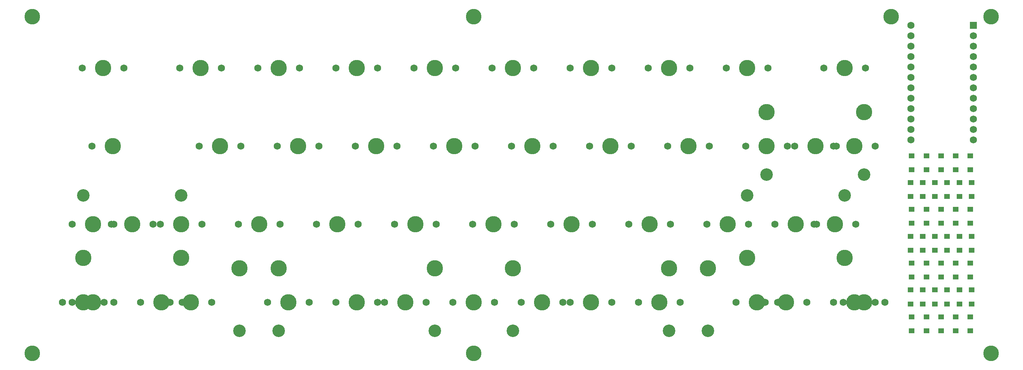
<source format=gbr>
%TF.GenerationSoftware,KiCad,Pcbnew,(5.1.9)-1*%
%TF.CreationDate,2022-03-10T13:39:28-08:00*%
%TF.ProjectId,warpstone - diode array,77617270-7374-46f6-9e65-202d2064696f,rev?*%
%TF.SameCoordinates,Original*%
%TF.FileFunction,Soldermask,Top*%
%TF.FilePolarity,Negative*%
%FSLAX46Y46*%
G04 Gerber Fmt 4.6, Leading zero omitted, Abs format (unit mm)*
G04 Created by KiCad (PCBNEW (5.1.9)-1) date 2022-03-10 13:39:28*
%MOMM*%
%LPD*%
G01*
G04 APERTURE LIST*
%ADD10C,3.987800*%
%ADD11C,1.750000*%
%ADD12C,3.800000*%
%ADD13C,1.752600*%
%ADD14R,1.752600X1.752600*%
%ADD15R,1.400000X1.200000*%
%ADD16C,3.048000*%
G04 APERTURE END LIST*
D10*
%TO.C,MX15*%
X130969300Y-57150240D03*
D11*
X125889300Y-57150240D03*
X136049300Y-57150240D03*
%TD*%
D10*
%TO.C,MX18*%
X188119540Y-57150240D03*
D11*
X183039540Y-57150240D03*
X193199540Y-57150240D03*
%TD*%
D10*
%TO.C,MX17*%
X169069460Y-57150240D03*
D11*
X163989460Y-57150240D03*
X174149460Y-57150240D03*
%TD*%
D12*
%TO.C,REF\u002A\u002A*%
X135731364Y-25598459D03*
%TD*%
%TO.C,REF\u002A\u002A*%
X237529887Y-25598459D03*
%TD*%
%TO.C,REF\u002A\u002A*%
X261937720Y-25598459D03*
%TD*%
%TO.C,REF\u002A\u002A*%
X261937720Y-107751653D03*
%TD*%
%TO.C,REF\u002A\u002A*%
X135731364Y-107751653D03*
%TD*%
%TO.C,REF\u002A\u002A*%
X27979711Y-107751653D03*
%TD*%
%TO.C,REF\u002A\u002A*%
X27979711Y-25598459D03*
%TD*%
D13*
%TO.C,U1*%
X242411460Y-27701910D03*
X257651460Y-55641910D03*
X242411460Y-30241910D03*
X242411460Y-32781910D03*
X242411460Y-35321910D03*
X242411460Y-37861910D03*
X242411460Y-40401910D03*
X242411460Y-42941910D03*
X242411460Y-45481910D03*
X242411460Y-48021910D03*
X242411460Y-50561910D03*
X242411460Y-53101910D03*
X242411460Y-55641910D03*
X257651460Y-53101910D03*
X257651460Y-50561910D03*
X257651460Y-48021910D03*
X257651460Y-45481910D03*
X257651460Y-42941910D03*
X257651460Y-40401910D03*
X257651460Y-37861910D03*
X257651460Y-35321910D03*
X257651460Y-32781910D03*
X257651460Y-30241910D03*
D14*
X257651460Y-27701910D03*
%TD*%
D15*
%TO.C,D38*%
X256877128Y-102221958D03*
X256877128Y-98821958D03*
%TD*%
%TO.C,D37*%
X253305256Y-102221958D03*
X253305256Y-98821958D03*
%TD*%
%TO.C,D36*%
X249733384Y-102221958D03*
X249733384Y-98821958D03*
%TD*%
%TO.C,D35*%
X246161512Y-102221958D03*
X246161512Y-98821958D03*
%TD*%
%TO.C,D34*%
X242589640Y-102221958D03*
X242589640Y-98821958D03*
%TD*%
%TO.C,D33*%
X257174784Y-95673515D03*
X257174784Y-92273515D03*
%TD*%
%TO.C,D32*%
X254198224Y-95673515D03*
X254198224Y-92273515D03*
%TD*%
%TO.C,D31*%
X251221664Y-95673515D03*
X251221664Y-92273515D03*
%TD*%
%TO.C,D30*%
X248245104Y-95673515D03*
X248245104Y-92273515D03*
%TD*%
%TO.C,D29*%
X245268544Y-95673515D03*
X245268544Y-92273515D03*
%TD*%
%TO.C,D28*%
X242291984Y-95673515D03*
X242291984Y-92273515D03*
%TD*%
%TO.C,D27*%
X256877128Y-89125072D03*
X256877128Y-85725072D03*
%TD*%
%TO.C,D26*%
X253305256Y-89125072D03*
X253305256Y-85725072D03*
%TD*%
%TO.C,D25*%
X249733384Y-89125072D03*
X249733384Y-85725072D03*
%TD*%
%TO.C,D24*%
X246161512Y-89125072D03*
X246161512Y-85725072D03*
%TD*%
%TO.C,D23*%
X242589640Y-89125072D03*
X242589640Y-85725072D03*
%TD*%
%TO.C,D22*%
X257174784Y-82576629D03*
X257174784Y-79176629D03*
%TD*%
%TO.C,D21*%
X254198224Y-82576629D03*
X254198224Y-79176629D03*
%TD*%
%TO.C,D20*%
X251221664Y-82576629D03*
X251221664Y-79176629D03*
%TD*%
%TO.C,D19*%
X248245104Y-82576629D03*
X248245104Y-79176629D03*
%TD*%
%TO.C,D18*%
X245268544Y-82576629D03*
X245268544Y-79176629D03*
%TD*%
%TO.C,D17*%
X242291984Y-82576629D03*
X242291984Y-79176629D03*
%TD*%
%TO.C,D16*%
X256877128Y-76028186D03*
X256877128Y-72628186D03*
%TD*%
%TO.C,D15*%
X253305256Y-76028186D03*
X253305256Y-72628186D03*
%TD*%
%TO.C,D14*%
X249733384Y-76028186D03*
X249733384Y-72628186D03*
%TD*%
%TO.C,D13*%
X246161512Y-76028186D03*
X246161512Y-72628186D03*
%TD*%
%TO.C,D12*%
X242589640Y-76028186D03*
X242589640Y-72628186D03*
%TD*%
%TO.C,D11*%
X257175216Y-69479743D03*
X257175216Y-66079743D03*
%TD*%
%TO.C,D10*%
X254198651Y-69479743D03*
X254198651Y-66079743D03*
%TD*%
%TO.C,D9*%
X251222086Y-69479743D03*
X251222086Y-66079743D03*
%TD*%
%TO.C,D8*%
X248245521Y-69479743D03*
X248245521Y-66079743D03*
%TD*%
%TO.C,D7*%
X245268956Y-69479743D03*
X245268956Y-66079743D03*
%TD*%
%TO.C,D6*%
X242292391Y-69479743D03*
X242292391Y-66079743D03*
%TD*%
%TO.C,D5*%
X256877560Y-62931300D03*
X256877560Y-59531300D03*
%TD*%
%TO.C,D4*%
X253305682Y-62931300D03*
X253305682Y-59531300D03*
%TD*%
%TO.C,D3*%
X249733804Y-62931300D03*
X249733804Y-59531300D03*
%TD*%
%TO.C,D2*%
X246161926Y-62931300D03*
X246161926Y-59531300D03*
%TD*%
%TO.C,D1*%
X242590048Y-62931300D03*
X242590048Y-59531300D03*
%TD*%
D10*
%TO.C,MX30-2.75u1*%
X214313400Y-76200320D03*
D11*
X209233400Y-76200320D03*
X219393400Y-76200320D03*
D16*
X202407150Y-69215320D03*
X226219650Y-69215320D03*
D10*
X202407150Y-84455320D03*
X226219650Y-84455320D03*
%TD*%
%TO.C,MX21-2.25u1*%
X52387720Y-76200320D03*
D11*
X47307720Y-76200320D03*
X57467720Y-76200320D03*
D16*
X40481470Y-69215320D03*
X64293970Y-69215320D03*
D10*
X40481470Y-84455320D03*
X64293970Y-84455320D03*
%TD*%
%TO.C,MX11*%
X47625200Y-57150240D03*
D11*
X42545200Y-57150240D03*
%TD*%
D10*
%TO.C,MX20-2.25u1*%
X219075920Y-57150240D03*
D11*
X213995920Y-57150240D03*
X224155920Y-57150240D03*
D16*
X207169670Y-64135240D03*
X230982170Y-64135240D03*
D10*
X207169670Y-48895240D03*
X230982170Y-48895240D03*
%TD*%
%TO.C,MX38-1u1*%
X230982220Y-95250400D03*
D11*
X225902220Y-95250400D03*
X236062220Y-95250400D03*
%TD*%
D10*
%TO.C,MX37-1u1*%
X211932140Y-95250400D03*
D11*
X206852140Y-95250400D03*
X217012140Y-95250400D03*
%TD*%
D10*
%TO.C,MX32-1u1*%
X59531500Y-95250400D03*
D11*
X54451500Y-95250400D03*
X64611500Y-95250400D03*
%TD*%
D10*
%TO.C,MX31-1u1*%
X40481420Y-95250400D03*
D11*
X35401420Y-95250400D03*
X45561420Y-95250400D03*
%TD*%
D10*
%TO.C,MX34-7u1*%
X135731820Y-95250400D03*
D11*
X130651820Y-95250400D03*
X140811820Y-95250400D03*
D16*
X78581820Y-102235400D03*
X192881820Y-102235400D03*
D10*
X78581820Y-86995400D03*
X192881820Y-86995400D03*
%TD*%
%TO.C,MX34-6u1*%
X183356820Y-86995400D03*
X88106820Y-86995400D03*
D16*
X183356820Y-102235400D03*
X88106820Y-102235400D03*
D11*
X140811820Y-95250400D03*
X130651820Y-95250400D03*
D10*
X135731820Y-95250400D03*
%TD*%
%TO.C,MX35-3u1*%
X164306940Y-95250400D03*
D11*
X159226940Y-95250400D03*
X169386940Y-95250400D03*
D16*
X145256940Y-102235400D03*
X183356940Y-102235400D03*
D10*
X145256940Y-86995400D03*
X183356940Y-86995400D03*
%TD*%
%TO.C,MX34-3u1*%
X107156700Y-95250400D03*
D11*
X102076700Y-95250400D03*
X112236700Y-95250400D03*
D16*
X88106700Y-102235400D03*
X126206700Y-102235400D03*
D10*
X88106700Y-86995400D03*
X126206700Y-86995400D03*
%TD*%
%TO.C,MX38*%
X228600960Y-95250400D03*
D11*
X223520960Y-95250400D03*
X233680960Y-95250400D03*
%TD*%
D10*
%TO.C,MX37*%
X204788360Y-95250400D03*
D11*
X199708360Y-95250400D03*
X209868360Y-95250400D03*
%TD*%
D10*
%TO.C,MX36*%
X180975760Y-95250400D03*
D11*
X175895760Y-95250400D03*
X186055760Y-95250400D03*
%TD*%
D10*
%TO.C,MX35*%
X152400640Y-95250400D03*
D11*
X147320640Y-95250400D03*
X157480640Y-95250400D03*
%TD*%
D10*
%TO.C,MX34*%
X119063000Y-95250400D03*
D11*
X113983000Y-95250400D03*
X124143000Y-95250400D03*
%TD*%
D10*
%TO.C,MX33*%
X90487880Y-95250400D03*
D11*
X85407880Y-95250400D03*
X95567880Y-95250400D03*
%TD*%
D10*
%TO.C,MX32*%
X66675280Y-95250400D03*
D11*
X61595280Y-95250400D03*
X71755280Y-95250400D03*
%TD*%
D10*
%TO.C,MX31*%
X42862680Y-95250400D03*
D11*
X37782680Y-95250400D03*
X47942680Y-95250400D03*
%TD*%
D10*
%TO.C,MX30*%
X223838440Y-76200320D03*
D11*
X218758440Y-76200320D03*
X228918440Y-76200320D03*
%TD*%
D10*
%TO.C,MX29*%
X197644580Y-76200320D03*
D11*
X192564580Y-76200320D03*
X202724580Y-76200320D03*
%TD*%
D10*
%TO.C,MX28*%
X178594500Y-76200320D03*
D11*
X173514500Y-76200320D03*
X183674500Y-76200320D03*
%TD*%
D10*
%TO.C,MX27*%
X159544420Y-76200320D03*
D11*
X154464420Y-76200320D03*
X164624420Y-76200320D03*
%TD*%
D10*
%TO.C,MX26*%
X140494340Y-76200320D03*
D11*
X135414340Y-76200320D03*
X145574340Y-76200320D03*
%TD*%
D10*
%TO.C,MX25*%
X121444260Y-76200320D03*
D11*
X116364260Y-76200320D03*
X126524260Y-76200320D03*
%TD*%
D10*
%TO.C,MX24*%
X102394180Y-76200320D03*
D11*
X97314180Y-76200320D03*
X107474180Y-76200320D03*
%TD*%
D10*
%TO.C,MX23*%
X83344100Y-76200320D03*
D11*
X78264100Y-76200320D03*
X88424100Y-76200320D03*
%TD*%
D10*
%TO.C,MX22*%
X64294020Y-76200320D03*
D11*
X59214020Y-76200320D03*
X69374020Y-76200320D03*
%TD*%
D10*
%TO.C,MX21*%
X42862680Y-76200320D03*
D11*
X37782680Y-76200320D03*
X47942680Y-76200320D03*
%TD*%
D10*
%TO.C,MX20*%
X228600960Y-57150240D03*
D11*
X223520960Y-57150240D03*
X233680960Y-57150240D03*
%TD*%
D10*
%TO.C,MX19*%
X207169620Y-57150240D03*
D11*
X202089620Y-57150240D03*
X212249620Y-57150240D03*
%TD*%
D10*
%TO.C,MX16*%
X150019380Y-57150240D03*
D11*
X144939380Y-57150240D03*
X155099380Y-57150240D03*
%TD*%
D10*
%TO.C,MX14*%
X111919220Y-57150240D03*
D11*
X106839220Y-57150240D03*
X116999220Y-57150240D03*
%TD*%
D10*
%TO.C,MX13*%
X92869140Y-57150240D03*
D11*
X87789140Y-57150240D03*
X97949140Y-57150240D03*
%TD*%
D10*
%TO.C,MX12*%
X73819060Y-57150240D03*
D11*
X68739060Y-57150240D03*
X78899060Y-57150240D03*
%TD*%
D10*
%TO.C,MX10*%
X226219700Y-38100160D03*
D11*
X221139700Y-38100160D03*
X231299700Y-38100160D03*
%TD*%
D10*
%TO.C,MX9*%
X202407100Y-38100160D03*
D11*
X197327100Y-38100160D03*
X207487100Y-38100160D03*
%TD*%
D10*
%TO.C,MX8*%
X183357020Y-38100160D03*
D11*
X178277020Y-38100160D03*
X188437020Y-38100160D03*
%TD*%
D10*
%TO.C,MX7*%
X164306940Y-38100160D03*
D11*
X159226940Y-38100160D03*
X169386940Y-38100160D03*
%TD*%
D10*
%TO.C,MX6*%
X145256860Y-38100160D03*
D11*
X140176860Y-38100160D03*
X150336860Y-38100160D03*
%TD*%
D10*
%TO.C,MX5*%
X126206780Y-38100160D03*
D11*
X121126780Y-38100160D03*
X131286780Y-38100160D03*
%TD*%
D10*
%TO.C,MX4*%
X107156700Y-38100160D03*
D11*
X102076700Y-38100160D03*
X112236700Y-38100160D03*
%TD*%
D10*
%TO.C,MX3*%
X88106620Y-38100160D03*
D11*
X83026620Y-38100160D03*
X93186620Y-38100160D03*
%TD*%
D10*
%TO.C,MX2*%
X69056540Y-38100160D03*
D11*
X63976540Y-38100160D03*
X74136540Y-38100160D03*
%TD*%
D10*
%TO.C,MX1*%
X45243940Y-38100160D03*
D11*
X40163940Y-38100160D03*
X50323940Y-38100160D03*
%TD*%
M02*

</source>
